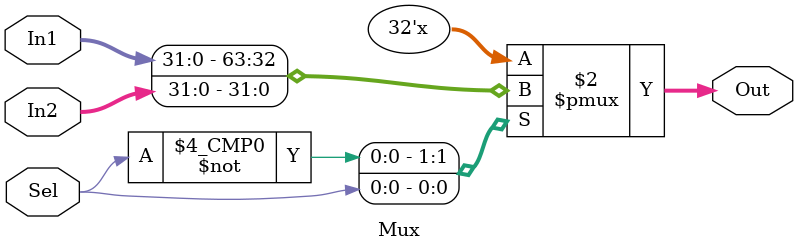
<source format=v>
module Mux(In1,In2,Sel,Out); //Mux(2:1)

	input [31:0] In1,In2; // 32-bits two inputs
	input Sel; //1-bit selection signal
	output reg [31:0] Out; //32-bits output

always@(In1,In2,Sel)
  begin
    case(Sel) //0 passes In1 ,1 passes In2
      0: Out <= In1;
      1: Out <= In2;
    endcase
  end
endmodule

</source>
